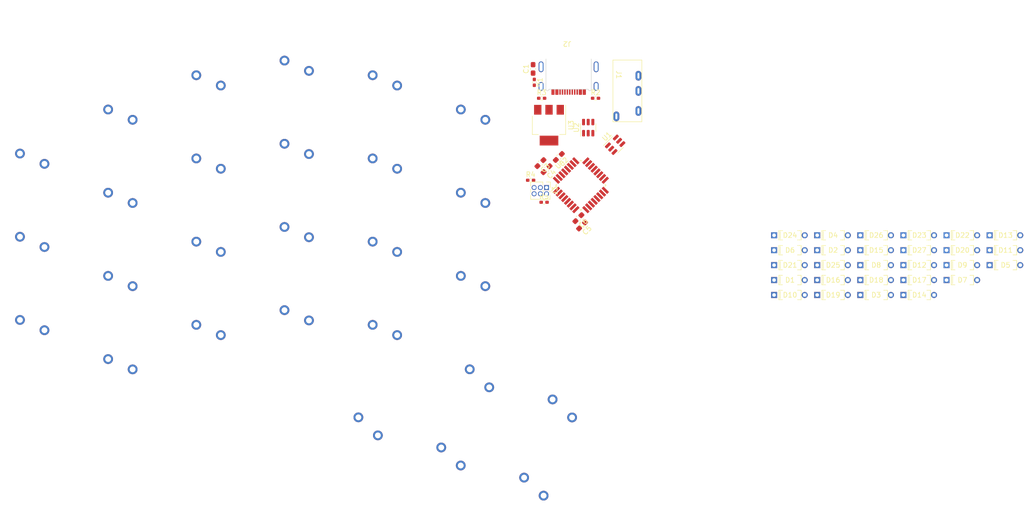
<source format=kicad_pcb>
(kicad_pcb (version 20211014) (generator pcbnew)

  (general
    (thickness 1.6)
  )

  (paper "A4")
  (layers
    (0 "F.Cu" signal)
    (31 "B.Cu" signal)
    (32 "B.Adhes" user "B.Adhesive")
    (33 "F.Adhes" user "F.Adhesive")
    (34 "B.Paste" user)
    (35 "F.Paste" user)
    (36 "B.SilkS" user "B.Silkscreen")
    (37 "F.SilkS" user "F.Silkscreen")
    (38 "B.Mask" user)
    (39 "F.Mask" user)
    (40 "Dwgs.User" user "User.Drawings")
    (41 "Cmts.User" user "User.Comments")
    (42 "Eco1.User" user "User.Eco1")
    (43 "Eco2.User" user "User.Eco2")
    (44 "Edge.Cuts" user)
    (45 "Margin" user)
    (46 "B.CrtYd" user "B.Courtyard")
    (47 "F.CrtYd" user "F.Courtyard")
    (48 "B.Fab" user)
    (49 "F.Fab" user)
    (50 "User.1" user)
    (51 "User.2" user)
    (52 "User.3" user)
    (53 "User.4" user)
    (54 "User.5" user)
    (55 "User.6" user)
    (56 "User.7" user)
    (57 "User.8" user)
    (58 "User.9" user)
  )

  (setup
    (stackup
      (layer "F.SilkS" (type "Top Silk Screen"))
      (layer "F.Paste" (type "Top Solder Paste"))
      (layer "F.Mask" (type "Top Solder Mask") (thickness 0.01))
      (layer "F.Cu" (type "copper") (thickness 0.035))
      (layer "dielectric 1" (type "core") (thickness 1.51) (material "FR4") (epsilon_r 4.5) (loss_tangent 0.02))
      (layer "B.Cu" (type "copper") (thickness 0.035))
      (layer "B.Mask" (type "Bottom Solder Mask") (thickness 0.01))
      (layer "B.Paste" (type "Bottom Solder Paste"))
      (layer "B.SilkS" (type "Bottom Silk Screen"))
      (copper_finish "None")
      (dielectric_constraints no)
    )
    (pad_to_mask_clearance 0)
    (pcbplotparams
      (layerselection 0x00010fc_ffffffff)
      (disableapertmacros false)
      (usegerberextensions false)
      (usegerberattributes true)
      (usegerberadvancedattributes true)
      (creategerberjobfile true)
      (svguseinch false)
      (svgprecision 6)
      (excludeedgelayer true)
      (plotframeref false)
      (viasonmask false)
      (mode 1)
      (useauxorigin false)
      (hpglpennumber 1)
      (hpglpenspeed 20)
      (hpglpendiameter 15.000000)
      (dxfpolygonmode true)
      (dxfimperialunits true)
      (dxfusepcbnewfont true)
      (psnegative false)
      (psa4output false)
      (plotreference true)
      (plotvalue true)
      (plotinvisibletext false)
      (sketchpadsonfab false)
      (subtractmaskfromsilk false)
      (outputformat 1)
      (mirror false)
      (drillshape 1)
      (scaleselection 1)
      (outputdirectory "")
    )
  )

  (net 0 "")
  (net 1 "Net-(C1-Pad1)")
  (net 2 "GND")
  (net 3 "Net-(C2-Pad2)")
  (net 4 "+3V3")
  (net 5 "/6")
  (net 6 "Net-(D1-Pad2)")
  (net 7 "Net-(D2-Pad2)")
  (net 8 "Net-(D3-Pad2)")
  (net 9 "/5")
  (net 10 "Net-(D4-Pad2)")
  (net 11 "Net-(D5-Pad2)")
  (net 12 "Net-(D6-Pad2)")
  (net 13 "Net-(D7-Pad2)")
  (net 14 "/4")
  (net 15 "Net-(D8-Pad2)")
  (net 16 "Net-(D9-Pad2)")
  (net 17 "Net-(D10-Pad2)")
  (net 18 "Net-(D11-Pad2)")
  (net 19 "Net-(D12-Pad2)")
  (net 20 "/3")
  (net 21 "Net-(D13-Pad2)")
  (net 22 "Net-(D14-Pad2)")
  (net 23 "Net-(D15-Pad2)")
  (net 24 "Net-(D16-Pad2)")
  (net 25 "Net-(D17-Pad2)")
  (net 26 "/2")
  (net 27 "Net-(D18-Pad2)")
  (net 28 "Net-(D19-Pad2)")
  (net 29 "Net-(D20-Pad2)")
  (net 30 "Net-(D21-Pad2)")
  (net 31 "Net-(D22-Pad2)")
  (net 32 "/1")
  (net 33 "Net-(D23-Pad2)")
  (net 34 "Net-(D24-Pad2)")
  (net 35 "Net-(D25-Pad2)")
  (net 36 "Net-(D26-Pad2)")
  (net 37 "Net-(D27-Pad2)")
  (net 38 "Net-(J1-PadR1)")
  (net 39 "Net-(J1-PadR2)")
  (net 40 "VBUS")
  (net 41 "Net-(J2-PadA5)")
  (net 42 "/DP")
  (net 43 "/DM")
  (net 44 "unconnected-(J2-PadA8)")
  (net 45 "Net-(J2-PadB5)")
  (net 46 "unconnected-(J2-PadB8)")
  (net 47 "/SWDIO")
  (net 48 "/RST")
  (net 49 "/SWCLK")
  (net 50 "unconnected-(J3-Pad6)")
  (net 51 "/B")
  (net 52 "/C")
  (net 53 "/D")
  (net 54 "/A")
  (net 55 "/E")
  (net 56 "/P1_SCL")
  (net 57 "/P1_SDA")
  (net 58 "/USBD+")
  (net 59 "/USBD-")
  (net 60 "unconnected-(U4-Pad7)")
  (net 61 "unconnected-(U4-Pad8)")
  (net 62 "unconnected-(U4-Pad13)")
  (net 63 "unconnected-(U4-Pad14)")
  (net 64 "unconnected-(U4-Pad20)")
  (net 65 "/SW1")
  (net 66 "unconnected-(U4-Pad27)")
  (net 67 "unconnected-(U4-Pad11)")
  (net 68 "unconnected-(U4-Pad12)")

  (footprint "mbk:Choc-1u-solder" (layer "F.Cu") (at 120 95))

  (footprint "mbk:Choc-1u-solder" (layer "F.Cu") (at 151.914467 145.156364 -20))

  (footprint "Connector_PinHeader_1.27mm:PinHeader_2x03_P1.27mm_Vertical" (layer "F.Cu") (at 150.5 87.75 -90))

  (footprint "mbk:Choc-1u-solder" (layer "F.Cu") (at 102 92))

  (footprint "mbk:Choc-1u-solder" (layer "F.Cu") (at 157.728809 129.181588 -20))

  (footprint "Package_TO_SOT_SMD:SOT-223-3_TabPin2" (layer "F.Cu") (at 151 75 -90))

  (footprint "mbk:Choc-1u-solder" (layer "F.Cu") (at 66 119))

  (footprint "mbk:Choc-1u-solder" (layer "F.Cu") (at 118.085533 132.843638 -20))

  (footprint "1N4148:DIOAD829W49L456D191" (layer "F.Cu") (at 217.8 106.65))

  (footprint "mbk:Choc-1u-solder" (layer "F.Cu") (at 102 75))

  (footprint "1N4148:DIOAD829W49L456D191" (layer "F.Cu") (at 226.6 100.55))

  (footprint "mbk:Choc-1u-solder" (layer "F.Cu") (at 66 85))

  (footprint "1N4148:DIOAD829W49L456D191" (layer "F.Cu") (at 209 100.55))

  (footprint "Capacitor_SMD:C_0603_1608Metric_Pad1.08x0.95mm_HandSolder" (layer "F.Cu") (at 150.5 84 -135))

  (footprint "1N4148:DIOAD829W49L456D191" (layer "F.Cu") (at 200.2 109.7))

  (footprint "Package_TO_SOT_SMD:SOT-23-6" (layer "F.Cu") (at 164.5 79 45))

  (footprint "mbk:Choc-1u-solder" (layer "F.Cu") (at 120 78))

  (footprint "mbk:Choc-1u-solder" (layer "F.Cu") (at 120 61))

  (footprint "1N4148:DIOAD829W49L456D191" (layer "F.Cu") (at 200.2 97.5))

  (footprint "mbk:Choc-1u-solder" (layer "F.Cu") (at 138 85))

  (footprint "mbk:Choc-1u-solder" (layer "F.Cu") (at 66 102))

  (footprint "1N4148:DIOAD829W49L456D191" (layer "F.Cu") (at 209 106.65))

  (footprint "1N4148:DIOAD829W49L456D191" (layer "F.Cu") (at 235.4 97.5))

  (footprint "mbk:Choc-1u-solder" (layer "F.Cu") (at 102 109))

  (footprint "1N4148:DIOAD829W49L456D191" (layer "F.Cu") (at 235.4 106.65))

  (footprint "1N4148:DIOAD829W49L456D191" (layer "F.Cu") (at 209 103.6))

  (footprint "1N4148:DIOAD829W49L456D191" (layer "F.Cu") (at 244.2 103.6))

  (footprint "mbk:Choc-1u-solder" (layer "F.Cu") (at 138 102))

  (footprint "Capacitor_SMD:C_0603_1608Metric_Pad1.08x0.95mm_HandSolder" (layer "F.Cu") (at 157 94 -135))

  (footprint "mbk:Choc-1u-solder" (layer "F.Cu") (at 84 61))

  (footprint "1N4148:DIOAD829W49L456D191" (layer "F.Cu") (at 209 109.7))

  (footprint "1N4148:DIOAD829W49L456D191" (layer "F.Cu") (at 200.2 103.6))

  (footprint "mbk:Choc-1u-solder" (layer "F.Cu") (at 135 139 -20))

  (footprint "1N4148:DIOAD829W49L456D191" (layer "F.Cu") (at 235.4 103.6))

  (footprint "Capacitor_SMD:C_0603_1608Metric_Pad1.08x0.95mm_HandSolder" (layer "F.Cu") (at 149.25 82.75 -135))

  (footprint "1N4148:DIOAD829W49L456D191" (layer "F.Cu") (at 209 97.5))

  (footprint "mbk:Choc-1u-solder" (layer "F.Cu") (at 48 111))

  (footprint "Resistor_SMD:R_0402_1005Metric_Pad0.72x0.64mm_HandSolder" (layer "F.Cu") (at 160.5 69.5))

  (footprint "mbk:Choc-1u-solder" (layer "F.Cu") (at 48 94))

  (footprint "1N4148:DIOAD829W49L456D191" (layer "F.Cu") (at 200.2 106.65))

  (footprint "Capacitor_SMD:C_0603_1608Metric_Pad1.08x0.95mm_HandSolder" (layer "F.Cu") (at 147.75 63.5 90))

  (footprint "1N4148:DIOAD829W49L456D191" (layer "F.Cu") (at 217.8 100.55))

  (footprint "1N4148:DIOAD829W49L456D191" (layer "F.Cu") (at 244.2 97.5))

  (footprint "Resistor_SMD:R_0402_1005Metric_Pad0.72x0.64mm_HandSolder" (layer "F.Cu")
    (tedit 5F6BB9E0) (tstamp 8746d3d5-56de-4ca0-80a0-857991ab72fc)
    (at 148 66.25 -90)
    (descr "Resistor SMD 0402 (1005 Metric), square (rectangular) end terminal, IPC_7351 nominal with elongated pad for handsoldering. (Body size source: IPC-SM-782 page 72, https://www.pcb-3d.com/wordpress/wp-content/uploads/ipc-sm-782a_amendment_1_and_2.pdf), generated with kicad-footprint-generator")
    (tags "resistor handsolder")
    (property "Sheetfile" "meowboard.kicad_sch")
    (property "Sheetname" "")
    (path "/dd1edfbb-5fb6-42cd-b740-fd54ab3ef1f1")
    (attr smd)
    (fp_text reference "R1" (at 0 -1.17 90) (layer "F.SilkS")
      (effects (font (size 1 1) (thickness 0.15)))
      (tstamp 7517e2a2-738b-4cca-8bc4-434d8f4a5d3e)
    )
    (fp_text value "1M" (at 0 1.17 90) (layer "F.Fab")
      (effects (font (size 1 1) (thickness 0.15)))
      (tstamp 84650299-95e2-41c6-aeec-48c17e6914c3)
    )
    (fp_text user "${REFERENCE}" (at 0 0 90) (layer "F.Fab")
      (effects (font (size 0.26 0.26) (thickness 0.04)))
      (tstamp b4f7d062-6217-42d6-9773-9f5b805f04c6)
    )
    (fp_line (start -0.167621 0.38) (end 0.167621 0.38) (layer "F.SilkS") (width 0.12) (tstamp 18e52087-1595-42d9-81f2-4f5185d2f8c3))
    (fp_line (start -0.167621 -0.38) (end 0.167621 -0.38) (layer "F.SilkS") (width 0.12) (tstamp 4a66eb6c-9083-4992-974b-fe69d78c216c))
    (fp_line (start 1.1 0.47) (end -1.1 0.47) (layer "F.CrtYd") (width 0.05) (tstamp 4c0c35fb-a41b-4cfc-9f99-043ef8db83b1))
    (fp_line (start -1.1 -0.47) (end 1.1 -0.47) (layer "F.CrtYd") (width 0.05) (tstamp 8c6a3dc4-80aa-4c5a-96b4-2eb822835e44))
    (fp_line (start 1.1 -0.47) (end 1.1 0.47) (layer "F.CrtYd") (width 0.05) (tstamp aa0ebc4e-b5cf-4a1d-b1b9-b4263de78520))
    (fp_line (start -1.1 0.47) (end -1.1 -0.47) (layer "F.CrtYd") (width 0.05) (tstamp ca735dd6-f6a2-4051-9ee6-710c837adf5c))
    (fp_line (start 0.525 0.27) (end -0.525 0.27) (layer "F.Fab") (width 0.1) (tstamp 2adf2eba-a5f2-4030-9209-97305e49193e))
    (fp_line (start -0.525 -0.27) (end 0.525 -0.27) (layer "F.Fab") (width 0.1) (tstamp 31d9d561-cc25-4add-bd16-df5b578694a2))
    (fp_line (start 0.525 -0.27) (end 0.525 0.27) (layer "F.Fab") (width 0.1) (tstamp 3d35bfd0-3c1b-439e-a936-98b9d896e39b))
    (fp_line (start -0.525 0.27) (
... [128359 chars truncated]
</source>
